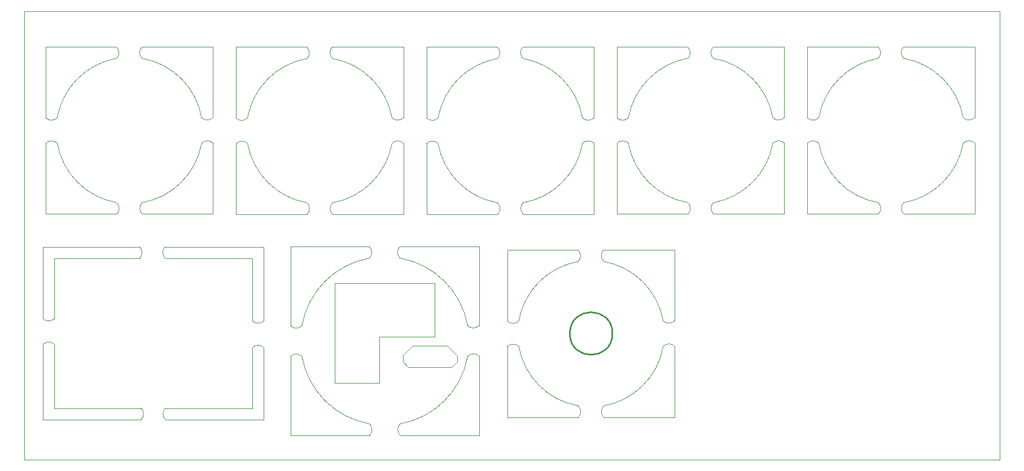
<source format=gko>
G04 Layer_Color=16711935*
%FSLAX25Y25*%
%MOIN*%
G70*
G01*
G75*
%ADD64C,0.01000*%
%ADD83C,0.00394*%
%ADD146C,0.00039*%
D64*
X347244Y74606D02*
G03*
X347244Y74606I-12598J0D01*
G01*
D83*
X183288Y104331D02*
X242343D01*
Y72835D02*
Y104331D01*
X183288Y72835D02*
Y104331D01*
Y45472D02*
Y72835D01*
Y45472D02*
X209567D01*
Y72835D01*
X242343D01*
X223445Y61614D02*
X229245Y67316D01*
X223445Y57973D02*
Y61614D01*
Y57973D02*
X226693Y54725D01*
X252087D01*
X255434Y58071D01*
Y61417D01*
X229245Y67316D02*
X249535D01*
X255434Y61417D01*
D146*
X10967Y83365D02*
G03*
X17717Y83465I3326J3355D01*
G01*
Y68209D02*
G03*
X10967Y68109I-3326J-3355D01*
G01*
X68997Y23762D02*
G03*
X68898Y30512I-3355J3326D01*
G01*
X83169D02*
G03*
X83269Y23762I3355J-3326D01*
G01*
X141396Y66339D02*
G03*
X134646Y66240I-3326J-3355D01*
G01*
Y82087D02*
G03*
X141396Y82186I3326J3355D01*
G01*
X83070Y125844D02*
G03*
X83169Y119095I3355J-3326D01*
G01*
X68110D02*
G03*
X68011Y125844I-3355J3326D01*
G01*
X203857Y14470D02*
G03*
X203757Y21220I-3355J3326D01*
G01*
X221833D02*
G03*
X221932Y14470I3355J-3326D01*
G01*
X268502Y61239D02*
G03*
X261752Y61139I-3326J-3355D01*
G01*
Y79215D02*
G03*
X268502Y79314I3326J3355D01*
G01*
X221734Y125884D02*
G03*
X221833Y119134I3355J-3326D01*
G01*
X203757D02*
G03*
X203658Y125884I-3355J3326D01*
G01*
X157088Y79116D02*
G03*
X163838Y79215I3326J3355D01*
G01*
Y61139D02*
G03*
X157088Y61040I-3326J-3355D01*
G01*
X377196Y82028D02*
G03*
X342067Y117157I-42649J-7520D01*
G01*
X291898Y66988D02*
G03*
X327027Y31859I42649J7520D01*
G01*
Y117157D02*
G03*
X291898Y82028I7520J-42649D01*
G01*
X342067Y31859D02*
G03*
X377196Y66988I-7520J42649D01*
G01*
X341968Y123907D02*
G03*
X342067Y117157I3355J-3326D01*
G01*
X327027D02*
G03*
X326928Y123907I-3355J3326D01*
G01*
X285148Y81929D02*
G03*
X291898Y82028I3326J3355D01*
G01*
Y66988D02*
G03*
X285148Y66888I-3326J-3355D01*
G01*
X327126Y25109D02*
G03*
X327027Y31859I-3355J3326D01*
G01*
X342067D02*
G03*
X342167Y25109I3355J-3326D01*
G01*
X383946Y67087D02*
G03*
X377196Y66988I-3326J-3355D01*
G01*
Y82028D02*
G03*
X383946Y82127I3326J3355D01*
G01*
X554362Y202107D02*
G03*
X519233Y237236I-42649J-7520D01*
G01*
X469063Y187066D02*
G03*
X504192Y151937I42649J7520D01*
G01*
Y237236D02*
G03*
X469063Y202107I7520J-42649D01*
G01*
X519233Y151937D02*
G03*
X554362Y187066I-7520J42649D01*
G01*
X519134Y243986D02*
G03*
X519233Y237236I3355J-3326D01*
G01*
X504192D02*
G03*
X504093Y243986I-3355J3326D01*
G01*
X462314Y202008D02*
G03*
X469063Y202107I3326J3355D01*
G01*
Y187066D02*
G03*
X462314Y186967I-3326J-3355D01*
G01*
X504292Y145187D02*
G03*
X504192Y151937I-3355J3326D01*
G01*
X519233D02*
G03*
X519332Y145187I3355J-3326D01*
G01*
X561112Y187166D02*
G03*
X554362Y187066I-3326J-3355D01*
G01*
Y202107D02*
G03*
X561112Y202206I3326J3355D01*
G01*
X441960Y202107D02*
G03*
X406831Y237236I-42649J-7520D01*
G01*
X356662Y187066D02*
G03*
X391791Y151937I42649J7520D01*
G01*
Y237236D02*
G03*
X356662Y202107I7520J-42649D01*
G01*
X406831Y151937D02*
G03*
X441960Y187066I-7520J42649D01*
G01*
X406732Y243986D02*
G03*
X406831Y237236I3355J-3326D01*
G01*
X391791D02*
G03*
X391692Y243986I-3355J3326D01*
G01*
X349912Y202008D02*
G03*
X356662Y202107I3326J3355D01*
G01*
Y187066D02*
G03*
X349912Y186967I-3326J-3355D01*
G01*
X391890Y145187D02*
G03*
X391791Y151937I-3355J3326D01*
G01*
X406831D02*
G03*
X406930Y145187I3355J-3326D01*
G01*
X448710Y187166D02*
G03*
X441960Y187066I-3326J-3355D01*
G01*
Y202107D02*
G03*
X448710Y202206I3326J3355D01*
G01*
X329559Y202008D02*
G03*
X294430Y237137I-42649J-7520D01*
G01*
X244260Y186968D02*
G03*
X279389Y151839I42649J7520D01*
G01*
Y237137D02*
G03*
X244260Y202008I7520J-42649D01*
G01*
X294430Y151839D02*
G03*
X329559Y186968I-7520J42649D01*
G01*
X294330Y243887D02*
G03*
X294430Y237137I3355J-3326D01*
G01*
X279389D02*
G03*
X279290Y243887I-3355J3326D01*
G01*
X237510Y201909D02*
G03*
X244260Y202008I3326J3355D01*
G01*
Y186968D02*
G03*
X237510Y186869I-3326J-3355D01*
G01*
X279488Y145089D02*
G03*
X279389Y151839I-3355J3326D01*
G01*
X294430D02*
G03*
X294529Y145089I3355J-3326D01*
G01*
X336309Y187067D02*
G03*
X329559Y186968I-3326J-3355D01*
G01*
Y202008D02*
G03*
X336309Y202108I3326J3355D01*
G01*
X217059Y202008D02*
G03*
X181930Y237137I-42649J-7520D01*
G01*
X131760Y186968D02*
G03*
X166889Y151839I42649J7520D01*
G01*
Y237137D02*
G03*
X131760Y202008I7520J-42649D01*
G01*
X181930Y151839D02*
G03*
X217059Y186968I-7520J42649D01*
G01*
X181830Y243887D02*
G03*
X181930Y237137I3355J-3326D01*
G01*
X166889D02*
G03*
X166790Y243887I-3355J3326D01*
G01*
X125010Y201909D02*
G03*
X131760Y202008I3326J3355D01*
G01*
Y186968D02*
G03*
X125010Y186869I-3326J-3355D01*
G01*
X166989Y145089D02*
G03*
X166889Y151839I-3355J3326D01*
G01*
X181930D02*
G03*
X182029Y145089I3355J-3326D01*
G01*
X223809Y187067D02*
G03*
X217059Y186968I-3326J-3355D01*
G01*
Y202008D02*
G03*
X223809Y202108I3326J3355D01*
G01*
X104657Y202107D02*
G03*
X111407Y202206I3326J3355D01*
G01*
Y187166D02*
G03*
X104657Y187066I-3326J-3355D01*
G01*
X69528Y151937D02*
G03*
X69627Y145187I3355J-3326D01*
G01*
X54587D02*
G03*
X54488Y151937I-3355J3326D01*
G01*
X19359Y187066D02*
G03*
X12609Y186967I-3326J-3355D01*
G01*
Y202008D02*
G03*
X19359Y202107I3326J3355D01*
G01*
X54488Y237236D02*
G03*
X54388Y243986I-3355J3326D01*
G01*
X69429D02*
G03*
X69528Y237236I3355J-3326D01*
G01*
Y151937D02*
G03*
X104657Y187066I-7520J42649D01*
G01*
X54488Y237236D02*
G03*
X19359Y202107I7520J-42649D01*
G01*
Y187066D02*
G03*
X54488Y151937I42649J7520D01*
G01*
X104657Y202107D02*
G03*
X69528Y237236I-42649J-7520D01*
G01*
X203757Y119134D02*
G03*
X163838Y79215I8546J-48465D01*
G01*
Y61139D02*
G03*
X203757Y21220I48465J8546D01*
G01*
X221833D02*
G03*
X261752Y61139I-8546J48465D01*
G01*
Y79215D02*
G03*
X221833Y119134I-48465J-8546D01*
G01*
X0Y0D02*
Y264961D01*
X575787D01*
Y0D02*
Y264961D01*
X0Y0D02*
X575787D01*
X10967Y23762D02*
Y68109D01*
Y23762D02*
X68997D01*
X83269D02*
X141396D01*
Y66339D01*
Y82186D02*
Y125844D01*
X83070D02*
X141396D01*
X10967Y83365D02*
Y125844D01*
X68011D01*
X268502Y79314D02*
Y125884D01*
X221734D02*
X268502D01*
X157088D02*
X203658D01*
X157088Y79116D02*
Y125884D01*
Y14470D02*
Y61040D01*
Y14470D02*
X203857D01*
X221932D02*
X268502D01*
Y61239D01*
X383946Y82127D02*
Y123130D01*
X341968Y123907D02*
X383946D01*
Y123130D02*
Y123907D01*
X285148D02*
X326928D01*
X285148Y81929D02*
Y123907D01*
Y25109D02*
Y66888D01*
Y25109D02*
X327126D01*
X342167D02*
X383946D01*
Y67087D01*
X561112Y202206D02*
Y243209D01*
X519134Y243986D02*
X561112D01*
Y243209D02*
Y243986D01*
X462314D02*
X504093D01*
X462314Y202008D02*
Y243986D01*
Y145187D02*
Y186967D01*
Y145187D02*
X504292D01*
X519332D02*
X561112D01*
Y187166D01*
X448710Y202206D02*
Y243209D01*
X406732Y243986D02*
X448710D01*
Y243209D02*
Y243986D01*
X349912D02*
X391692D01*
X349912Y202008D02*
Y243986D01*
Y145187D02*
Y186967D01*
Y145187D02*
X391890D01*
X406930D02*
X448710D01*
Y187166D01*
X336309Y202108D02*
Y243110D01*
X294330Y243887D02*
X336309D01*
Y243110D02*
Y243887D01*
X237510D02*
X279290D01*
X237510Y201909D02*
Y243887D01*
Y145089D02*
Y186869D01*
Y145089D02*
X279488D01*
X294529D02*
X336309D01*
Y187067D01*
X223809Y202108D02*
Y243110D01*
X181830Y243887D02*
X223809D01*
Y243110D02*
Y243887D01*
X125010D02*
X166790D01*
X125010Y201909D02*
Y243887D01*
Y145089D02*
Y186869D01*
Y145089D02*
X166989D01*
X182029D02*
X223809D01*
Y187067D01*
X111407Y145187D02*
Y187166D01*
X69627Y145187D02*
X111407D01*
X12609D02*
X54587D01*
X12609D02*
Y186967D01*
Y202008D02*
Y243986D01*
X54388D01*
X111407Y243209D02*
Y243986D01*
X69429D02*
X111407D01*
Y202206D02*
Y243209D01*
X17717Y83465D02*
Y119095D01*
Y30512D02*
Y68209D01*
X134646Y82087D02*
Y119095D01*
X133957D02*
X134646D01*
X17717D02*
X68110D01*
X83169D02*
X133957D01*
X17717Y30512D02*
X68898D01*
X83169D02*
X133957D01*
X134646D01*
Y66240D01*
M02*

</source>
